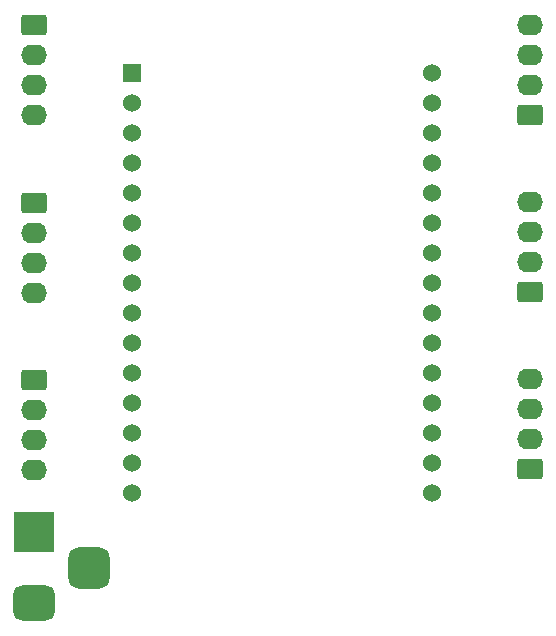
<source format=gbr>
%TF.GenerationSoftware,KiCad,Pcbnew,7.0.2*%
%TF.CreationDate,2023-04-23T19:59:56+01:00*%
%TF.ProjectId,fan-controller,66616e2d-636f-46e7-9472-6f6c6c65722e,rev?*%
%TF.SameCoordinates,Original*%
%TF.FileFunction,Soldermask,Bot*%
%TF.FilePolarity,Negative*%
%FSLAX46Y46*%
G04 Gerber Fmt 4.6, Leading zero omitted, Abs format (unit mm)*
G04 Created by KiCad (PCBNEW 7.0.2) date 2023-04-23 19:59:56*
%MOMM*%
%LPD*%
G01*
G04 APERTURE LIST*
G04 Aperture macros list*
%AMRoundRect*
0 Rectangle with rounded corners*
0 $1 Rounding radius*
0 $2 $3 $4 $5 $6 $7 $8 $9 X,Y pos of 4 corners*
0 Add a 4 corners polygon primitive as box body*
4,1,4,$2,$3,$4,$5,$6,$7,$8,$9,$2,$3,0*
0 Add four circle primitives for the rounded corners*
1,1,$1+$1,$2,$3*
1,1,$1+$1,$4,$5*
1,1,$1+$1,$6,$7*
1,1,$1+$1,$8,$9*
0 Add four rect primitives between the rounded corners*
20,1,$1+$1,$2,$3,$4,$5,0*
20,1,$1+$1,$4,$5,$6,$7,0*
20,1,$1+$1,$6,$7,$8,$9,0*
20,1,$1+$1,$8,$9,$2,$3,0*%
G04 Aperture macros list end*
%ADD10R,1.524000X1.524000*%
%ADD11C,1.524000*%
%ADD12RoundRect,0.250000X-0.845000X0.620000X-0.845000X-0.620000X0.845000X-0.620000X0.845000X0.620000X0*%
%ADD13O,2.190000X1.740000*%
%ADD14RoundRect,0.250000X0.845000X-0.620000X0.845000X0.620000X-0.845000X0.620000X-0.845000X-0.620000X0*%
%ADD15R,3.500000X3.500000*%
%ADD16RoundRect,0.750000X1.000000X-0.750000X1.000000X0.750000X-1.000000X0.750000X-1.000000X-0.750000X0*%
%ADD17RoundRect,0.875000X0.875000X-0.875000X0.875000X0.875000X-0.875000X0.875000X-0.875000X-0.875000X0*%
G04 APERTURE END LIST*
D10*
%TO.C,U4*%
X33300000Y-29000000D03*
D11*
X33300000Y-31540000D03*
X33300000Y-34080000D03*
X33300000Y-36620000D03*
X33300000Y-39160000D03*
X33300000Y-41700000D03*
X33300000Y-44240000D03*
X33300000Y-46780000D03*
X33300000Y-49320000D03*
X33300000Y-51860000D03*
X33300000Y-54400000D03*
X33300000Y-56940000D03*
X33300000Y-59480000D03*
X33300000Y-62020000D03*
X33300000Y-64560000D03*
X58700000Y-64560000D03*
X58700000Y-62020000D03*
X58700000Y-59480000D03*
X58700000Y-56940000D03*
X58700000Y-54400000D03*
X58700000Y-51860000D03*
X58700000Y-49320000D03*
X58700000Y-46780000D03*
X58700000Y-44240000D03*
X58700000Y-41700000D03*
X58700000Y-39160000D03*
X58700000Y-36620000D03*
X58700000Y-34080000D03*
X58700000Y-31540000D03*
X58700000Y-29000000D03*
%TD*%
D12*
%TO.C,J6*%
X25000000Y-40000000D03*
D13*
X25000000Y-42540000D03*
X25000000Y-45080000D03*
X25000000Y-47620000D03*
%TD*%
D14*
%TO.C,J4*%
X67000000Y-62600000D03*
D13*
X67000000Y-60060000D03*
X67000000Y-57520000D03*
X67000000Y-54980000D03*
%TD*%
D15*
%TO.C,J1*%
X25000000Y-67914000D03*
D16*
X25000000Y-73914000D03*
D17*
X29700000Y-70914000D03*
%TD*%
D12*
%TO.C,J5*%
X25000000Y-25000000D03*
D13*
X25000000Y-27540000D03*
X25000000Y-30080000D03*
X25000000Y-32620000D03*
%TD*%
D14*
%TO.C,J2*%
X67000000Y-32600000D03*
D13*
X67000000Y-30060000D03*
X67000000Y-27520000D03*
X67000000Y-24980000D03*
%TD*%
D14*
%TO.C,J3*%
X67000000Y-47600000D03*
D13*
X67000000Y-45060000D03*
X67000000Y-42520000D03*
X67000000Y-39980000D03*
%TD*%
D12*
%TO.C,J7*%
X25000000Y-55000000D03*
D13*
X25000000Y-57540000D03*
X25000000Y-60080000D03*
X25000000Y-62620000D03*
%TD*%
M02*

</source>
